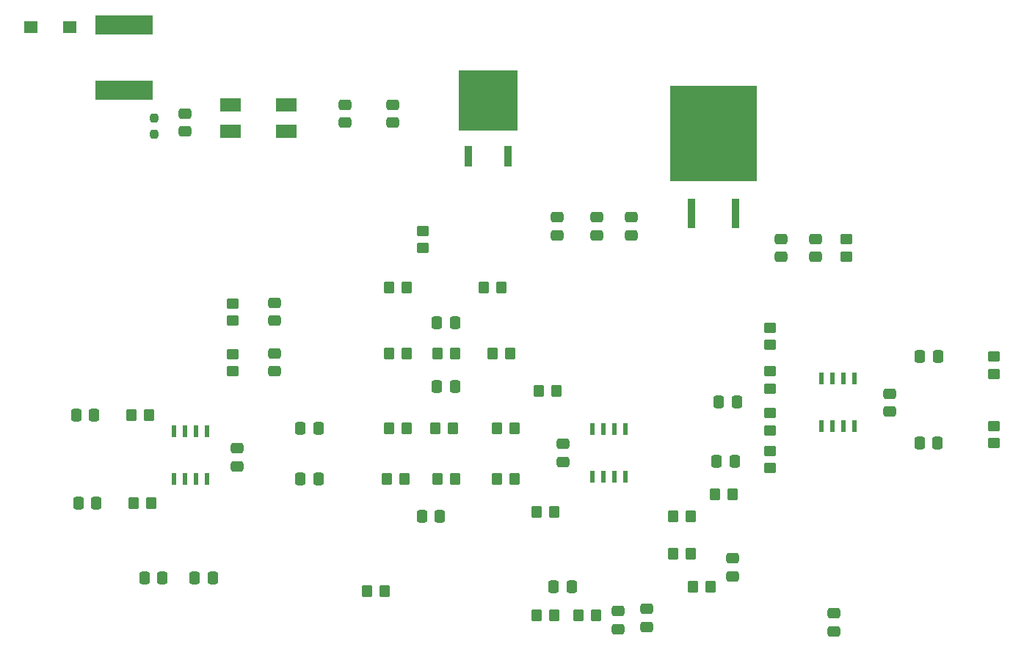
<source format=gtp>
G04 #@! TF.GenerationSoftware,KiCad,Pcbnew,8.0.8*
G04 #@! TF.CreationDate,2025-02-17T02:27:16-05:00*
G04 #@! TF.ProjectId,PreAmpEQ,50726541-6d70-4455-912e-6b696361645f,1.0*
G04 #@! TF.SameCoordinates,Original*
G04 #@! TF.FileFunction,Paste,Top*
G04 #@! TF.FilePolarity,Positive*
%FSLAX46Y46*%
G04 Gerber Fmt 4.6, Leading zero omitted, Abs format (unit mm)*
G04 Created by KiCad (PCBNEW 8.0.8) date 2025-02-17 02:27:16*
%MOMM*%
%LPD*%
G01*
G04 APERTURE LIST*
G04 Aperture macros list*
%AMRoundRect*
0 Rectangle with rounded corners*
0 $1 Rounding radius*
0 $2 $3 $4 $5 $6 $7 $8 $9 X,Y pos of 4 corners*
0 Add a 4 corners polygon primitive as box body*
4,1,4,$2,$3,$4,$5,$6,$7,$8,$9,$2,$3,0*
0 Add four circle primitives for the rounded corners*
1,1,$1+$1,$2,$3*
1,1,$1+$1,$4,$5*
1,1,$1+$1,$6,$7*
1,1,$1+$1,$8,$9*
0 Add four rect primitives between the rounded corners*
20,1,$1+$1,$2,$3,$4,$5,0*
20,1,$1+$1,$4,$5,$6,$7,0*
20,1,$1+$1,$6,$7,$8,$9,0*
20,1,$1+$1,$8,$9,$2,$3,0*%
G04 Aperture macros list end*
%ADD10RoundRect,0.250000X-0.450000X0.350000X-0.450000X-0.350000X0.450000X-0.350000X0.450000X0.350000X0*%
%ADD11RoundRect,0.250000X-0.350000X-0.450000X0.350000X-0.450000X0.350000X0.450000X-0.350000X0.450000X0*%
%ADD12RoundRect,0.250000X0.475000X-0.337500X0.475000X0.337500X-0.475000X0.337500X-0.475000X-0.337500X0*%
%ADD13RoundRect,0.250000X0.450000X-0.350000X0.450000X0.350000X-0.450000X0.350000X-0.450000X-0.350000X0*%
%ADD14RoundRect,0.250000X-0.475000X0.337500X-0.475000X-0.337500X0.475000X-0.337500X0.475000X0.337500X0*%
%ADD15R,0.558800X1.460500*%
%ADD16RoundRect,0.237500X-0.237500X0.250000X-0.237500X-0.250000X0.237500X-0.250000X0.237500X0.250000X0*%
%ADD17RoundRect,0.250000X-0.337500X-0.475000X0.337500X-0.475000X0.337500X0.475000X-0.337500X0.475000X0*%
%ADD18RoundRect,0.250000X0.350000X0.450000X-0.350000X0.450000X-0.350000X-0.450000X0.350000X-0.450000X0*%
%ADD19R,6.705600X2.209800*%
%ADD20RoundRect,0.250000X0.337500X0.475000X-0.337500X0.475000X-0.337500X-0.475000X0.337500X-0.475000X0*%
%ADD21R,0.939800X2.489200*%
%ADD22R,6.781800X6.934200*%
%ADD23R,0.939800X3.505200*%
%ADD24R,10.033000X11.125200*%
%ADD25R,1.498600X1.397000*%
%ADD26R,2.489200X1.498600*%
G04 APERTURE END LIST*
D10*
X177546000Y-93456000D03*
X177546000Y-95456000D03*
D11*
X131096000Y-114046000D03*
X133096000Y-114046000D03*
D10*
X137534000Y-72404000D03*
X137534000Y-74404000D03*
D12*
X191325000Y-93277000D03*
X191325000Y-91202000D03*
D13*
X177546000Y-90630000D03*
X177546000Y-88630000D03*
D14*
X182816000Y-73363000D03*
X182816000Y-75438000D03*
D11*
X139192000Y-101092000D03*
X141192000Y-101092000D03*
D14*
X120396000Y-80729000D03*
X120396000Y-82804000D03*
D15*
X160909000Y-95319850D03*
X159639000Y-95319850D03*
X158369000Y-95319850D03*
X157099000Y-95319850D03*
X157099000Y-100768150D03*
X158369000Y-100768150D03*
X159639000Y-100768150D03*
X160909000Y-100768150D03*
D11*
X133620000Y-78994000D03*
X135620000Y-78994000D03*
D10*
X177546000Y-83582000D03*
X177546000Y-85582000D03*
X203380000Y-86952000D03*
X203380000Y-88952000D03*
D14*
X178816000Y-73363000D03*
X178816000Y-75438000D03*
D16*
X106534000Y-59404000D03*
X106534000Y-61229000D03*
D14*
X110034000Y-58866500D03*
X110034000Y-60941500D03*
D17*
X97514500Y-93726000D03*
X99589500Y-93726000D03*
X139149000Y-83058000D03*
X141224000Y-83058000D03*
D14*
X161534000Y-70866500D03*
X161534000Y-72941500D03*
D11*
X150638000Y-104902000D03*
X152638000Y-104902000D03*
D18*
X173228000Y-102870000D03*
X171228000Y-102870000D03*
D12*
X163322000Y-118153000D03*
X163322000Y-116078000D03*
D14*
X134034000Y-57866500D03*
X134034000Y-59941500D03*
D10*
X186316000Y-73400500D03*
X186316000Y-75400500D03*
D18*
X168402000Y-105410000D03*
X166402000Y-105410000D03*
D17*
X139133000Y-90424000D03*
X141208000Y-90424000D03*
D11*
X150908000Y-90932000D03*
X152908000Y-90932000D03*
D12*
X116078000Y-99589500D03*
X116078000Y-97514500D03*
D19*
X103034000Y-48657500D03*
X103034000Y-56150500D03*
D15*
X112649000Y-95573850D03*
X111379000Y-95573850D03*
X110109000Y-95573850D03*
X108839000Y-95573850D03*
X108839000Y-101022150D03*
X110109000Y-101022150D03*
X111379000Y-101022150D03*
X112649000Y-101022150D03*
D11*
X104156000Y-103886000D03*
X106156000Y-103886000D03*
D10*
X115570000Y-80804000D03*
X115570000Y-82804000D03*
D11*
X146066000Y-101092000D03*
X148066000Y-101092000D03*
D17*
X194842500Y-86952000D03*
X196917500Y-86952000D03*
D11*
X139224000Y-86614000D03*
X141224000Y-86614000D03*
D17*
X171661000Y-92202000D03*
X173736000Y-92202000D03*
D12*
X160020000Y-118407000D03*
X160020000Y-116332000D03*
D17*
X123401000Y-95250000D03*
X125476000Y-95250000D03*
D20*
X196880000Y-96952000D03*
X194805000Y-96952000D03*
D11*
X155480000Y-116840000D03*
X157480000Y-116840000D03*
X133636000Y-86614000D03*
X135636000Y-86614000D03*
D21*
X142743999Y-63817500D03*
D22*
X145034000Y-57404000D03*
D21*
X147324001Y-63817500D03*
D11*
X133366000Y-101092000D03*
X135366000Y-101092000D03*
X150654000Y-116840000D03*
X152654000Y-116840000D03*
D17*
X111209000Y-112522000D03*
X113284000Y-112522000D03*
X123401000Y-101092000D03*
X125476000Y-101092000D03*
D13*
X203380000Y-96952000D03*
X203380000Y-94952000D03*
D14*
X157534000Y-70866500D03*
X157534000Y-72941500D03*
D23*
X168494000Y-70444500D03*
D24*
X171034000Y-61173500D03*
D23*
X173574000Y-70444500D03*
D10*
X115570000Y-86646000D03*
X115570000Y-88646000D03*
D11*
X168688000Y-113538000D03*
X170688000Y-113538000D03*
D25*
X96769200Y-48904000D03*
X92298800Y-48904000D03*
D12*
X173228000Y-112311000D03*
X173228000Y-110236000D03*
D11*
X144558000Y-78994000D03*
X146558000Y-78994000D03*
D17*
X137392500Y-105410000D03*
X139467500Y-105410000D03*
D13*
X177546000Y-99806000D03*
X177546000Y-97806000D03*
D17*
X171407000Y-99060000D03*
X173482000Y-99060000D03*
D20*
X107463500Y-112522000D03*
X105388500Y-112522000D03*
D12*
X153670000Y-99081500D03*
X153670000Y-97006500D03*
D11*
X103902000Y-93726000D03*
X105902000Y-93726000D03*
X166402000Y-109728000D03*
X168402000Y-109728000D03*
D17*
X97768500Y-103886000D03*
X99843500Y-103886000D03*
D14*
X120396000Y-86571000D03*
X120396000Y-88646000D03*
X128534000Y-57866500D03*
X128534000Y-59941500D03*
D11*
X145574000Y-86614000D03*
X147574000Y-86614000D03*
D14*
X153034000Y-70866500D03*
X153034000Y-72941500D03*
D11*
X133620000Y-95250000D03*
X135620000Y-95250000D03*
X146050000Y-95250000D03*
X148050000Y-95250000D03*
D12*
X184912000Y-118661000D03*
X184912000Y-116586000D03*
D26*
X115282800Y-57904000D03*
X115282800Y-60904000D03*
X121785200Y-60904000D03*
X121785200Y-57904000D03*
D17*
X152611000Y-113538000D03*
X154686000Y-113538000D03*
D15*
X187325000Y-89477850D03*
X186055000Y-89477850D03*
X184785000Y-89477850D03*
X183515000Y-89477850D03*
X183515000Y-94926150D03*
X184785000Y-94926150D03*
X186055000Y-94926150D03*
X187325000Y-94926150D03*
D11*
X138954000Y-95250000D03*
X140954000Y-95250000D03*
M02*

</source>
